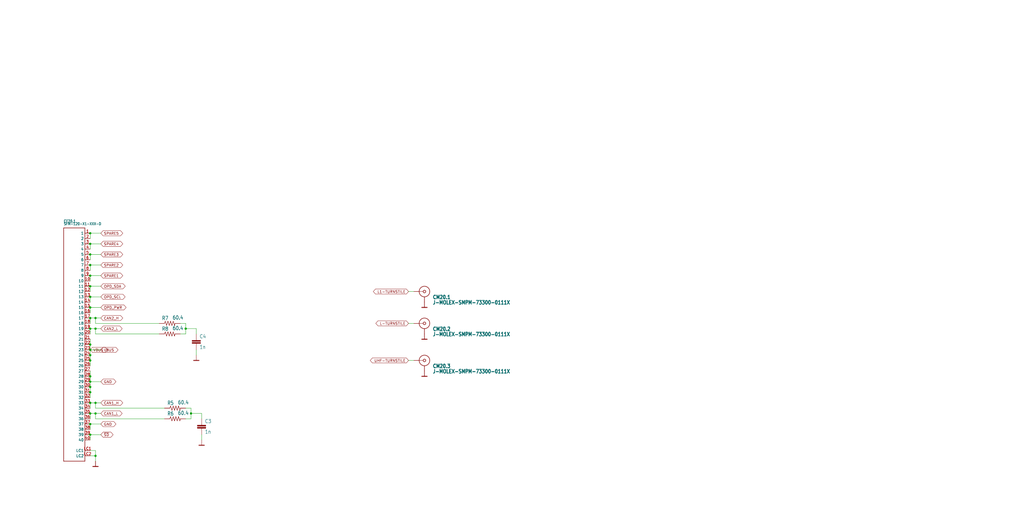
<source format=kicad_sch>
(kicad_sch (version 20211123) (generator eeschema)
  (paper "User" 490.22 254.406)
  (lib_symbols
    (symbol "J-MOLEX-SMPM-73300-0111X_1_1"
      (property "Reference" "CM2.2" (at 3.81 -3.81 0))
      (property "Value" "J-MOLEX-SMPM-73300-0111X_1_1" (at 3.81 -6.35 0))
      (symbol "J-MOLEX-SMPM-73300-0111X_1_1_1_0"
        (polyline (pts (xy -2.54 0) (xy -0.635 0)) (stroke (width 0.1524)))
        (circle (center 0 0) (radius 0.635) (stroke (width 0.254)))
        (circle (center 0 0) (radius 2.54) (stroke (width 0.254)))
        (pin passive line (at 0 -5.08 90) (length 2.54) (name "SHIELD1") (number "GND"))
        (pin passive line (at -5.08 0 0) (length 2.54) (name "RF") (number "RF-DOWN"))
      )
    )
    (symbol "J-MOLEX-SMPM-73300-0111X_1_2"
      (property "Reference" "CM2.2" (at 3.81 -3.81 0))
      (property "Value" "J-MOLEX-SMPM-73300-0111X_1_2" (at 3.81 -6.35 0))
      (symbol "J-MOLEX-SMPM-73300-0111X_1_2_1_0"
        (polyline (pts (xy -2.54 0) (xy -0.635 0)) (stroke (width 0.1524)))
        (circle (center 0 0) (radius 0.635) (stroke (width 0.254)))
        (circle (center 0 0) (radius 2.54) (stroke (width 0.254)))
        (pin passive line (at 0 -5.08 90) (length 2.54) (name "SHIELD1") (number "GND"))
        (pin passive line (at -5.08 0 0) (length 2.54) (name "RF") (number "RF-DOWN"))
      )
    )
    (symbol "oresat-backplane-2u-eagle-import:C-EU0603-C-NOSILK"
      (property "Reference" "C" (at 1.524 0.381 0))
      (property "Value" "C-EU0603-C-NOSILK" (at 1.524 -4.699 0))
      (symbol "C-EU0603-C-NOSILK_1_0"
        (rectangle (start -2.032 -2.032) (end 2.032 -1.524) (fill (type outline)))
        (rectangle (start -2.032 -1.016) (end 2.032 -0.508) (fill (type outline)))
        (polyline (pts (xy 0 -2.54) (xy 0 -2.032)) (stroke (width 0.1524)))
        (polyline (pts (xy 0 0) (xy 0 -0.508)) (stroke (width 0.1524)))
        (pin passive line (at 0 2.54 270) (length 2.54) (name "1") (number "1"))
        (pin passive line (at 0 -5.08 90) (length 2.54) (name "2") (number "2"))
      )
    )
    (symbol "oresat-backplane-2u-eagle-import:GND" (power)
      (symbol "GND_1_0"
        (polyline (pts (xy -1.27 -2.54) (xy 1.27 -2.54)) (stroke (width 0.4064)))
        (pin power_in line (at 0 0 270) (length 2.54) (name "GND") (number "1"))
      )
    )
    (symbol "oresat-backplane-2u-eagle-import:R-US_1206-C"
      (property "Reference" "R" (at -3.81 1.4986 0))
      (property "Value" "R-US_1206-C" (at -3.81 -3.302 0))
      (symbol "R-US_1206-C_1_0"
        (polyline (pts (xy -2.54 0) (xy -2.159 1.016)) (stroke (width 0.2032)))
        (polyline (pts (xy -2.159 1.016) (xy -1.524 -1.016)) (stroke (width 0.2032)))
        (polyline (pts (xy -1.524 -1.016) (xy -0.889 1.016)) (stroke (width 0.2032)))
        (polyline (pts (xy -0.889 1.016) (xy -0.254 -1.016)) (stroke (width 0.2032)))
        (polyline (pts (xy -0.254 -1.016) (xy 0.381 1.016)) (stroke (width 0.2032)))
        (polyline (pts (xy 0.381 1.016) (xy 1.016 -1.016)) (stroke (width 0.2032)))
        (polyline (pts (xy 1.016 -1.016) (xy 1.651 1.016)) (stroke (width 0.2032)))
        (polyline (pts (xy 1.651 1.016) (xy 2.286 -1.016)) (stroke (width 0.2032)))
        (polyline (pts (xy 2.286 -1.016) (xy 2.54 0)) (stroke (width 0.2032)))
        (pin passive line (at -5.08 0 0) (length 2.54) (name "1") (number "1"))
        (pin passive line (at 5.08 0 180) (length 2.54) (name "2") (number "2"))
      )
    )
    (symbol "oresat-backplane-2u-eagle-import:SFM-120-X1-XXX-D"
      (property "Reference" "J" (at -2.54 50.8 0))
      (property "Value" "SFM-120-X1-XXX-D" (at -2.54 49.53 0))
      (symbol "SFM-120-X1-XXX-D_1_0"
        (polyline (pts (xy -2.54 -63.5) (xy -2.54 48.26)) (stroke (width 0.254)))
        (polyline (pts (xy -2.54 48.26) (xy 7.62 48.26)) (stroke (width 0.254)))
        (polyline (pts (xy 7.62 -63.5) (xy -2.54 -63.5)) (stroke (width 0.254)))
        (polyline (pts (xy 7.62 48.26) (xy 7.62 -63.5)) (stroke (width 0.254)))
        (pin passive line (at 10.16 45.72 180) (length 2.54) (name "1") (number "1"))
        (pin passive line (at 10.16 22.86 180) (length 2.54) (name "10") (number "10"))
        (pin passive line (at 10.16 20.32 180) (length 2.54) (name "11") (number "11"))
        (pin passive line (at 10.16 17.78 180) (length 2.54) (name "12") (number "12"))
        (pin passive line (at 10.16 15.24 180) (length 2.54) (name "13") (number "13"))
        (pin passive line (at 10.16 12.7 180) (length 2.54) (name "14") (number "14"))
        (pin passive line (at 10.16 10.16 180) (length 2.54) (name "15") (number "15"))
        (pin passive line (at 10.16 7.62 180) (length 2.54) (name "16") (number "16"))
        (pin passive line (at 10.16 5.08 180) (length 2.54) (name "17") (number "17"))
        (pin passive line (at 10.16 2.54 180) (length 2.54) (name "18") (number "18"))
        (pin passive line (at 10.16 0 180) (length 2.54) (name "19") (number "19"))
        (pin passive line (at 10.16 43.18 180) (length 2.54) (name "2") (number "2"))
        (pin passive line (at 10.16 -2.54 180) (length 2.54) (name "20") (number "20"))
        (pin passive line (at 10.16 -5.08 180) (length 2.54) (name "21") (number "21"))
        (pin passive line (at 10.16 -7.62 180) (length 2.54) (name "22") (number "22"))
        (pin passive line (at 10.16 -10.16 180) (length 2.54) (name "23") (number "23"))
        (pin passive line (at 10.16 -12.7 180) (length 2.54) (name "24") (number "24"))
        (pin passive line (at 10.16 -15.24 180) (length 2.54) (name "25") (number "25"))
        (pin passive line (at 10.16 -17.78 180) (length 2.54) (name "26") (number "26"))
        (pin passive line (at 10.16 -20.32 180) (length 2.54) (name "27") (number "27"))
        (pin passive line (at 10.16 -22.86 180) (length 2.54) (name "28") (number "28"))
        (pin passive line (at 10.16 -25.4 180) (length 2.54) (name "29") (number "29"))
        (pin passive line (at 10.16 40.64 180) (length 2.54) (name "3") (number "3"))
        (pin passive line (at 10.16 -27.94 180) (length 2.54) (name "30") (number "30"))
        (pin passive line (at 10.16 -30.48 180) (length 2.54) (name "31") (number "31"))
        (pin passive line (at 10.16 -33.02 180) (length 2.54) (name "32") (number "32"))
        (pin passive line (at 10.16 -35.56 180) (length 2.54) (name "33") (number "33"))
        (pin passive line (at 10.16 -38.1 180) (length 2.54) (name "34") (number "34"))
        (pin passive line (at 10.16 -40.64 180) (length 2.54) (name "35") (number "35"))
        (pin passive line (at 10.16 -43.18 180) (length 2.54) (name "36") (number "36"))
        (pin passive line (at 10.16 -45.72 180) (length 2.54) (name "37") (number "37"))
        (pin passive line (at 10.16 -48.26 180) (length 2.54) (name "38") (number "38"))
        (pin passive line (at 10.16 -50.8 180) (length 2.54) (name "39") (number "39"))
        (pin passive line (at 10.16 38.1 180) (length 2.54) (name "4") (number "4"))
        (pin passive line (at 10.16 -53.34 180) (length 2.54) (name "40") (number "40"))
        (pin passive line (at 10.16 35.56 180) (length 2.54) (name "5") (number "5"))
        (pin passive line (at 10.16 33.02 180) (length 2.54) (name "6") (number "6"))
        (pin passive line (at 10.16 30.48 180) (length 2.54) (name "7") (number "7"))
        (pin passive line (at 10.16 27.94 180) (length 2.54) (name "8") (number "8"))
        (pin passive line (at 10.16 25.4 180) (length 2.54) (name "9") (number "9"))
        (pin passive line (at 10.16 -58.42 180) (length 2.54) (name "LC1") (number "LC1"))
        (pin passive line (at 10.16 -60.96 180) (length 2.54) (name "LC2") (number "LC2"))
      )
    )
    (symbol "oresat-symbols:J-MOLEX-SMPM-73300-0111X_1"
      (property "Reference" "CM2.2" (at 3.81 -3.81 0))
      (property "Value" "J-MOLEX-SMPM-73300-0111X_1" (at 3.81 -6.35 0))
      (symbol "J-MOLEX-SMPM-73300-0111X_1_1_0"
        (polyline (pts (xy -2.54 0) (xy -0.635 0)) (stroke (width 0.1524)))
        (circle (center 0 0) (radius 0.635) (stroke (width 0.254)))
        (circle (center 0 0) (radius 2.54) (stroke (width 0.254)))
        (pin passive line (at 0 -5.08 90) (length 2.54) (name "SHIELD1") (number "GND"))
        (pin passive line (at -5.08 0 0) (length 2.54) (name "RF") (number "RF-DOWN"))
      )
    )
  )
  (junction (at 43.18 203.2))
  (junction (at 43.18 116.84))
  (junction (at 43.18 170.18))
  (junction (at 43.18 127))
  (junction (at 43.18 165.1))
  (junction (at 91.44 198.12))
  (junction (at 43.18 132.08))
  (junction (at 43.18 182.88))
  (junction (at 43.18 137.16))
  (junction (at 43.18 147.32))
  (junction (at 43.18 167.64))
  (junction (at 43.18 152.4))
  (junction (at 43.18 193.04))
  (junction (at 43.18 187.96))
  (junction (at 45.72 152.4))
  (junction (at 43.18 180.34))
  (junction (at 45.72 218.44))
  (junction (at 43.18 198.12))
  (junction (at 45.72 198.12))
  (junction (at 43.18 157.48))
  (junction (at 43.18 121.92))
  (junction (at 43.18 185.42))
  (junction (at 88.9 157.48))
  (junction (at 43.18 142.24))
  (junction (at 43.18 111.76))
  (junction (at 45.72 157.48))
  (junction (at 43.18 172.72))
  (junction (at 43.18 208.28))
  (junction (at 45.72 193.04))
  (wire (pts (xy 45.72 215.9) (xy 45.72 218.44)))
  (wire (pts (xy 91.44 195.58) (xy 91.44 198.12)))
  (wire (pts (xy 43.18 182.88) (xy 43.18 180.34)))
  (wire (pts (xy 43.18 121.92) (xy 43.18 124.46)))
  (wire (pts (xy 43.18 127) (xy 43.18 129.54)))
  (wire (pts (xy 45.72 200.66) (xy 45.72 198.12)))
  (wire (pts (xy 43.18 218.44) (xy 45.72 218.44)))
  (wire (pts (xy 43.18 167.64) (xy 43.18 165.1)))
  (wire (pts (xy 43.18 152.4) (xy 43.18 154.94)))
  (wire (pts (xy 91.44 198.12) (xy 91.44 200.66)))
  (wire (pts (xy 48.26 147.32) (xy 43.18 147.32)))
  (wire (pts (xy 43.18 203.2) (xy 43.18 205.74)))
  (wire (pts (xy 86.36 154.94) (xy 88.9 154.94)))
  (wire (pts (xy 45.72 154.94) (xy 76.2 154.94)))
  (wire (pts (xy 45.72 195.58) (xy 45.72 193.04)))
  (wire (pts (xy 43.18 147.32) (xy 43.18 149.86)))
  (wire (pts (xy 45.72 152.4) (xy 43.18 152.4)))
  (wire (pts (xy 93.98 167.64) (xy 93.98 170.18)))
  (wire (pts (xy 88.9 160.02) (xy 86.36 160.02)))
  (wire (pts (xy 88.9 157.48) (xy 93.98 157.48)))
  (wire (pts (xy 45.72 157.48) (xy 43.18 157.48)))
  (wire (pts (xy 48.26 182.88) (xy 43.18 182.88)))
  (wire (pts (xy 43.18 142.24) (xy 43.18 144.78)))
  (wire (pts (xy 48.26 157.48) (xy 45.72 157.48)))
  (wire (pts (xy 43.18 198.12) (xy 43.18 200.66)))
  (wire (pts (xy 43.18 132.08) (xy 43.18 134.62)))
  (wire (pts (xy 91.44 200.66) (xy 88.9 200.66)))
  (wire (pts (xy 48.26 132.08) (xy 43.18 132.08)))
  (wire (pts (xy 43.18 172.72) (xy 43.18 175.26)))
  (wire (pts (xy 96.52 208.28) (xy 96.52 210.82)))
  (wire (pts (xy 43.18 215.9) (xy 45.72 215.9)))
  (wire (pts (xy 48.26 152.4) (xy 45.72 152.4)))
  (wire (pts (xy 48.26 203.2) (xy 43.18 203.2)))
  (wire (pts (xy 43.18 116.84) (xy 48.26 116.84)))
  (wire (pts (xy 43.18 185.42) (xy 43.18 187.96)))
  (wire (pts (xy 48.26 193.04) (xy 45.72 193.04)))
  (wire (pts (xy 43.18 182.88) (xy 43.18 185.42)))
  (wire (pts (xy 91.44 198.12) (xy 96.52 198.12)))
  (wire (pts (xy 88.9 157.48) (xy 88.9 160.02)))
  (wire (pts (xy 43.18 180.34) (xy 43.18 177.8)))
  (wire (pts (xy 43.18 137.16) (xy 43.18 139.7)))
  (wire (pts (xy 48.26 167.64) (xy 43.18 167.64)))
  (wire (pts (xy 43.18 172.72) (xy 43.18 170.18)))
  (wire (pts (xy 96.52 200.66) (xy 96.52 198.12)))
  (wire (pts (xy 43.18 165.1) (xy 43.18 162.56)))
  (wire (pts (xy 198.12 172.72) (xy 195.58 172.72)))
  (wire (pts (xy 48.26 127) (xy 43.18 127)))
  (wire (pts (xy 45.72 160.02) (xy 45.72 157.48)))
  (wire (pts (xy 198.12 154.94) (xy 195.58 154.94)))
  (wire (pts (xy 48.26 208.28) (xy 43.18 208.28)))
  (wire (pts (xy 48.26 142.24) (xy 43.18 142.24)))
  (wire (pts (xy 48.26 198.12) (xy 45.72 198.12)))
  (wire (pts (xy 43.18 170.18) (xy 43.18 167.64)))
  (wire (pts (xy 45.72 198.12) (xy 43.18 198.12)))
  (wire (pts (xy 48.26 137.16) (xy 43.18 137.16)))
  (wire (pts (xy 88.9 154.94) (xy 88.9 157.48)))
  (wire (pts (xy 45.72 160.02) (xy 76.2 160.02)))
  (wire (pts (xy 78.74 200.66) (xy 45.72 200.66)))
  (wire (pts (xy 45.72 154.94) (xy 45.72 152.4)))
  (wire (pts (xy 198.12 139.7) (xy 195.58 139.7)))
  (wire (pts (xy 43.18 208.28) (xy 43.18 210.82)))
  (wire (pts (xy 43.18 121.92) (xy 48.26 121.92)))
  (wire (pts (xy 43.18 193.04) (xy 43.18 195.58)))
  (wire (pts (xy 93.98 157.48) (xy 93.98 160.02)))
  (wire (pts (xy 43.18 157.48) (xy 43.18 160.02)))
  (wire (pts (xy 43.18 111.76) (xy 43.18 114.3)))
  (wire (pts (xy 43.18 111.76) (xy 48.26 111.76)))
  (wire (pts (xy 45.72 218.44) (xy 45.72 220.98)))
  (wire (pts (xy 45.72 193.04) (xy 43.18 193.04)))
  (wire (pts (xy 88.9 195.58) (xy 91.44 195.58)))
  (wire (pts (xy 43.18 187.96) (xy 43.18 190.5)))
  (wire (pts (xy 78.74 195.58) (xy 45.72 195.58)))
  (wire (pts (xy 43.18 116.84) (xy 43.18 119.38)))
  (global_label "SPARE4" (shape bidirectional) (at 48.26 116.84 0) (effects (font (size 1.2446 1.2446))) (property "Intersheet References" "${INTERSHEET_REFS}" (effects hide)))
  (global_label "GND" (shape bidirectional) (at 48.26 182.88 0) (effects (font (size 1.2446 1.2446))) (property "Intersheet References" "${INTERSHEET_REFS}" (effects hide)))
  (global_label "OPD_PWR" (shape bidirectional) (at 48.26 147.32 0) (effects (font (size 1.2446 1.2446))) (property "Intersheet References" "${INTERSHEET_REFS}" (effects hide)))
  (global_label "CAN1_L" (shape bidirectional) (at 48.26 198.12 0) (effects (font (size 1.2446 1.2446))) (property "Intersheet References" "${INTERSHEET_REFS}" (effects hide)))
  (global_label "VBUS" (shape bidirectional) (at 48.26 167.64 0) (effects (font (size 1.2446 1.2446))) (property "Intersheet References" "${INTERSHEET_REFS}" (effects hide)))
  (global_label "~{SD}" (shape bidirectional) (at 48.26 208.28 0) (effects (font (size 1.2446 1.2446))) (property "Intersheet References" "${INTERSHEET_REFS}" (effects hide)))
  (global_label "OPD_SCL" (shape bidirectional) (at 48.26 142.24 0) (effects (font (size 1.2446 1.2446))) (property "Intersheet References" "${INTERSHEET_REFS}" (effects hide)))
  (global_label "SPARE2" (shape bidirectional) (at 48.26 127 0) (effects (font (size 1.2446 1.2446))) (property "Intersheet References" "${INTERSHEET_REFS}" (effects hide)))
  (global_label "L-TURNSTILE" (shape bidirectional) (at 195.58 154.94 180) (effects (font (size 1.2446 1.2446))) (property "Intersheet References" "${INTERSHEET_REFS}" (effects hide)))
  (global_label "SPARE1" (shape bidirectional) (at 48.26 132.08 0) (effects (font (size 1.2446 1.2446))) (property "Intersheet References" "${INTERSHEET_REFS}" (effects hide)))
  (global_label "CAN2_H" (shape bidirectional) (at 48.26 152.4 0) (effects (font (size 1.2446 1.2446))) (property "Intersheet References" "${INTERSHEET_REFS}" (effects hide)))
  (global_label "VBUS" (shape bidirectional) (at 43.18 167.64 0) (effects (font (size 1.2446 1.2446))) (property "Intersheet References" "${INTERSHEET_REFS}" (effects hide)))
  (global_label "UHF-TURNSTILE" (shape bidirectional) (at 195.58 172.72 180) (effects (font (size 1.2446 1.2446))) (property "Intersheet References" "${INTERSHEET_REFS}" (effects hide)))
  (global_label "CAN1_H" (shape bidirectional) (at 48.26 193.04 0) (effects (font (size 1.2446 1.2446))) (property "Intersheet References" "${INTERSHEET_REFS}" (effects hide)))
  (global_label "CAN2_L" (shape bidirectional) (at 48.26 157.48 0) (effects (font (size 1.2446 1.2446))) (property "Intersheet References" "${INTERSHEET_REFS}" (effects hide)))
  (global_label "SPARE3" (shape bidirectional) (at 48.26 121.92 0) (effects (font (size 1.2446 1.2446))) (property "Intersheet References" "${INTERSHEET_REFS}" (effects hide)))
  (global_label "GND" (shape bidirectional) (at 48.26 203.2 0) (effects (font (size 1.2446 1.2446))) (property "Intersheet References" "${INTERSHEET_REFS}" (effects hide)))
  (global_label "L1-TURNSTILE" (shape bidirectional) (at 195.58 139.7 180) (effects (font (size 1.2446 1.2446))) (property "Intersheet References" "${INTERSHEET_REFS}" (effects hide)))
  (global_label "SPARE5" (shape bidirectional) (at 48.26 111.76 0) (effects (font (size 1.2446 1.2446))) (property "Intersheet References" "${INTERSHEET_REFS}" (effects hide)))
  (global_label "OPD_SDA" (shape bidirectional) (at 48.26 137.16 0) (effects (font (size 1.2446 1.2446))) (property "Intersheet References" "${INTERSHEET_REFS}" (effects hide)))
  (symbol (lib_id "oresat-backplane-2u-eagle-import:R-US_1206-C") (at 81.28 154.94 0) (unit 1)
    (property "Reference" "R7" (at 77.47 153.4414 0) (effects (font (size 1.778 1.5113)) (justify left bottom)))
    (property "Value" "60.4" (at 82.55 153.162 0) (effects (font (size 1.778 1.5113)) (justify left bottom)))
    (property "Footprint" "oresat-backplane-2u:1206-C" (effects hide))
  )
  (symbol (lib_id "oresat-backplane-2u-eagle-import:C-EU0603-C-NOSILK") (at 96.52 203.2 0) (unit 1)
    (property "Reference" "C3" (at 98.044 202.819 0) (effects (font (size 1.778 1.5113)) (justify left bottom)))
    (property "Value" "1n" (at 98.044 207.899 0) (effects (font (size 1.778 1.5113)) (justify left bottom)))
    (property "Footprint" "oresat-backplane-2u:.0603-C-NOSILK" (effects hide))
  )
  (symbol (lib_name "J-MOLEX-SMPM-73300-0111X_1_1") (lib_id "oresat-symbols:J-MOLEX-SMPM-73300-0111X_1") (at 203.2 139.7 0) (unit 1)
    (property "Reference" "CM20.1" (at 207.01 143.51 0) (effects (font (size 1.778 1.5113) bold) (justify left bottom)))
    (property "Value" "J-MOLEX-SMPM-73300-0111X" (at 207.01 146.05 0) (effects (font (size 1.778 1.5113) bold) (justify left bottom)))
    (property "Footprint" "oresat-footprints:J-MOLEX-SMPM-73300-0111X-long" (effects hide))
  )
  (symbol (lib_id "oresat-backplane-2u-eagle-import:GND") (at 203.2 144.78 0) (unit 1)
    (property "Reference" "#GND06" (effects hide))
    (property "Value" "GND" (effects hide))
    (property "Footprint" "oresat-backplane-2u:" (effects hide))
  )
  (symbol (lib_id "oresat-backplane-2u-eagle-import:GND") (at 203.2 177.8 0) (unit 1)
    (property "Reference" "#GND01" (effects hide))
    (property "Value" "GND" (effects hide))
    (property "Footprint" "oresat-backplane-2u:" (effects hide))
  )
  (symbol (lib_id "oresat-symbols:J-MOLEX-SMPM-73300-0111X_1") (at 203.2 154.94 0) (unit 1)
    (property "Reference" "CM20.2" (at 207.01 158.75 0) (effects (font (size 1.778 1.5113) bold) (justify left bottom)))
    (property "Value" "J-MOLEX-SMPM-73300-0111X" (at 207.01 161.29 0) (effects (font (size 1.778 1.5113) bold) (justify left bottom)))
    (property "Footprint" "oresat-footprints:J-MOLEX-SMPM-73300-0111X-long" (effects hide))
  )
  (symbol (lib_id "oresat-backplane-2u-eagle-import:R-US_1206-C") (at 81.28 160.02 0) (unit 1)
    (property "Reference" "R8" (at 77.47 158.5214 0) (effects (font (size 1.778 1.5113)) (justify left bottom)))
    (property "Value" "60.4" (at 82.55 158.242 0) (effects (font (size 1.778 1.5113)) (justify left bottom)))
    (property "Footprint" "oresat-backplane-2u:1206-C" (effects hide))
  )
  (symbol (lib_id "oresat-backplane-2u-eagle-import:SFM-120-X1-XXX-D") (at 33.02 157.48 0) (unit 1)
    (property "Reference" "CF20.1" (at 30.48 106.68 0) (effects (font (size 1.27 1.0795)) (justify left bottom)))
    (property "Value" "SFM-120-X1-XXX-D" (at 30.48 107.95 0) (effects (font (size 1.27 1.0795)) (justify left bottom)))
    (property "Footprint" "oresat-footprints:J-SAMTEC-SFM-120-X1-XXX-D" (effects hide))
  )
  (symbol (lib_id "oresat-backplane-2u-eagle-import:GND") (at 96.52 210.82 0) (unit 1)
    (property "Reference" "#GND020" (effects hide))
    (property "Value" "GND" (effects hide))
    (property "Footprint" "oresat-backplane-2u:" (effects hide))
  )
  (symbol (lib_name "J-MOLEX-SMPM-73300-0111X_1_2") (lib_id "oresat-symbols:J-MOLEX-SMPM-73300-0111X_1") (at 203.2 172.72 0) (unit 1)
    (property "Reference" "CM20.3" (at 207.01 176.53 0) (effects (font (size 1.778 1.5113) bold) (justify left bottom)))
    (property "Value" "J-MOLEX-SMPM-73300-0111X" (at 207.01 179.07 0) (effects (font (size 1.778 1.5113) bold) (justify left bottom)))
    (property "Footprint" "oresat-footprints:J-MOLEX-SMPM-73300-0111X-long" (effects hide))
  )
  (symbol (lib_id "oresat-backplane-2u-eagle-import:GND") (at 45.72 220.98 0) (unit 1)
    (property "Reference" "#GND03" (effects hide))
    (property "Value" "GND" (effects hide))
    (property "Footprint" "oresat-backplane-2u:" (effects hide))
  )
  (symbol (lib_id "oresat-backplane-2u-eagle-import:R-US_1206-C") (at 83.82 200.66 0) (unit 1)
    (property "Reference" "R6" (at 80.01 199.1614 0) (effects (font (size 1.778 1.5113)) (justify left bottom)))
    (property "Value" "60.4" (at 85.09 198.882 0) (effects (font (size 1.778 1.5113)) (justify left bottom)))
    (property "Footprint" "oresat-backplane-2u:1206-C" (effects hide))
  )
  (symbol (lib_id "oresat-backplane-2u-eagle-import:GND") (at 203.2 160.02 0) (unit 1)
    (property "Reference" "#GND05" (effects hide))
    (property "Value" "GND" (effects hide))
    (property "Footprint" "oresat-backplane-2u:" (effects hide))
  )
  (symbol (lib_id "oresat-backplane-2u-eagle-import:GND") (at 93.98 170.18 0) (unit 1)
    (property "Reference" "#GND018" (effects hide))
    (property "Value" "GND" (effects hide))
    (property "Footprint" "oresat-backplane-2u:" (effects hide))
  )
  (symbol (lib_id "oresat-backplane-2u-eagle-import:C-EU0603-C-NOSILK") (at 93.98 162.56 0) (unit 1)
    (property "Reference" "C4" (at 95.504 162.179 0) (effects (font (size 1.778 1.5113)) (justify left bottom)))
    (property "Value" "1n" (at 95.504 167.259 0) (effects (font (size 1.778 1.5113)) (justify left bottom)))
    (property "Footprint" "oresat-backplane-2u:.0603-C-NOSILK" (effects hide))
  )
  (symbol (lib_id "oresat-backplane-2u-eagle-import:R-US_1206-C") (at 83.82 195.58 0) (unit 1)
    (property "Reference" "R5" (at 80.01 194.0814 0) (effects (font (size 1.778 1.5113)) (justify left bottom)))
    (property "Value" "60.4" (at 85.09 193.802 0) (effects (font (size 1.778 1.5113)) (justify left bottom)))
    (property "Footprint" "oresat-backplane-2u:1206-C" (effects hide))
  )
)
</source>
